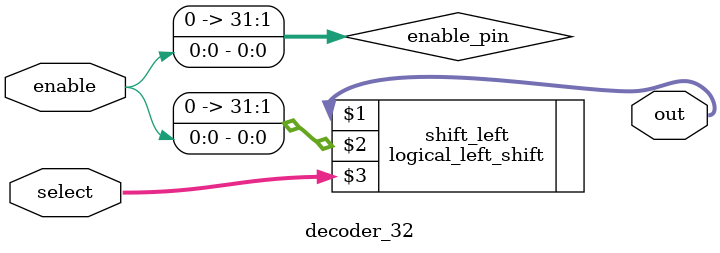
<source format=v>
module decoder_32(out, select, enable);
	
	input [4:0] select;
	input enable;

	output [31:0] out;
	wire [31:0] enable_pin;

	assign enable_pin[31:1] = 1'b0;
	assign enable_pin[0] = enable;

	logical_left_shift shift_left(out, enable_pin, select);

endmodule

</source>
